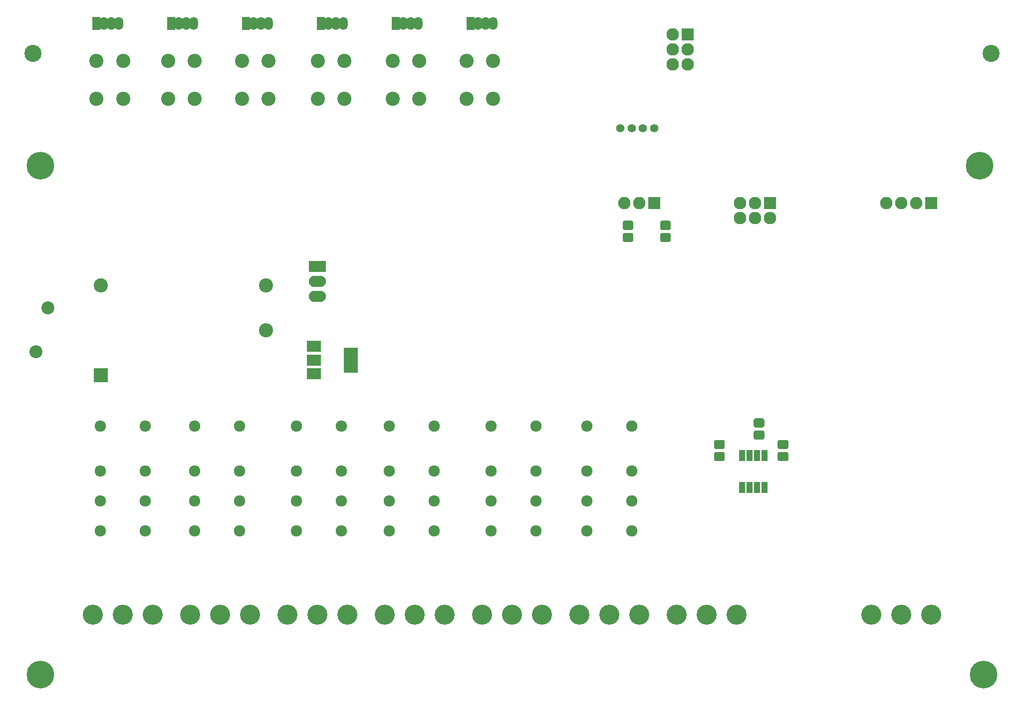
<source format=gbr>
G04 #@! TF.GenerationSoftware,KiCad,Pcbnew,(5.0.0)*
G04 #@! TF.CreationDate,2018-09-10T10:35:59+01:00*
G04 #@! TF.ProjectId,AquaHub,417175614875622E6B696361645F7063,rev?*
G04 #@! TF.SameCoordinates,Original*
G04 #@! TF.FileFunction,Soldermask,Top*
G04 #@! TF.FilePolarity,Negative*
%FSLAX46Y46*%
G04 Gerber Fmt 4.6, Leading zero omitted, Abs format (unit mm)*
G04 Created by KiCad (PCBNEW (5.0.0)) date 09/10/18 10:35:59*
%MOMM*%
%LPD*%
G01*
G04 APERTURE LIST*
%ADD10R,2.127200X2.127200*%
%ADD11O,2.127200X2.127200*%
%ADD12C,0.100000*%
%ADD13C,1.550000*%
%ADD14O,1.470000X2.200000*%
%ADD15R,1.470000X2.200000*%
%ADD16C,2.400000*%
%ADD17R,2.400000X2.400000*%
%ADD18O,2.100000X2.100000*%
%ADD19R,2.100000X2.100000*%
%ADD20C,1.924000*%
%ADD21R,2.400000X1.900000*%
%ADD22R,2.400000X4.200000*%
%ADD23R,1.000000X1.950000*%
%ADD24C,4.700000*%
%ADD25O,2.900000X1.900000*%
%ADD26R,2.900000X1.900000*%
%ADD27C,2.200000*%
%ADD28C,2.900000*%
%ADD29C,1.400000*%
%ADD30C,3.400000*%
G04 APERTURE END LIST*
D10*
G04 #@! TO.C,J12*
X153035000Y-46355000D03*
D11*
X150495000Y-46355000D03*
X153035000Y-48895000D03*
X150495000Y-48895000D03*
X153035000Y-51435000D03*
X150495000Y-51435000D03*
G04 #@! TD*
D12*
G04 #@! TO.C,R3*
G36*
X149821071Y-80016623D02*
X149853781Y-80021475D01*
X149885857Y-80029509D01*
X149916991Y-80040649D01*
X149946884Y-80054787D01*
X149975247Y-80071787D01*
X150001807Y-80091485D01*
X150026308Y-80113692D01*
X150048515Y-80138193D01*
X150068213Y-80164753D01*
X150085213Y-80193116D01*
X150099351Y-80223009D01*
X150110491Y-80254143D01*
X150118525Y-80286219D01*
X150123377Y-80318929D01*
X150125000Y-80351956D01*
X150125000Y-81228044D01*
X150123377Y-81261071D01*
X150118525Y-81293781D01*
X150110491Y-81325857D01*
X150099351Y-81356991D01*
X150085213Y-81386884D01*
X150068213Y-81415247D01*
X150048515Y-81441807D01*
X150026308Y-81466308D01*
X150001807Y-81488515D01*
X149975247Y-81508213D01*
X149946884Y-81525213D01*
X149916991Y-81539351D01*
X149885857Y-81550491D01*
X149853781Y-81558525D01*
X149821071Y-81563377D01*
X149788044Y-81565000D01*
X148661956Y-81565000D01*
X148628929Y-81563377D01*
X148596219Y-81558525D01*
X148564143Y-81550491D01*
X148533009Y-81539351D01*
X148503116Y-81525213D01*
X148474753Y-81508213D01*
X148448193Y-81488515D01*
X148423692Y-81466308D01*
X148401485Y-81441807D01*
X148381787Y-81415247D01*
X148364787Y-81386884D01*
X148350649Y-81356991D01*
X148339509Y-81325857D01*
X148331475Y-81293781D01*
X148326623Y-81261071D01*
X148325000Y-81228044D01*
X148325000Y-80351956D01*
X148326623Y-80318929D01*
X148331475Y-80286219D01*
X148339509Y-80254143D01*
X148350649Y-80223009D01*
X148364787Y-80193116D01*
X148381787Y-80164753D01*
X148401485Y-80138193D01*
X148423692Y-80113692D01*
X148448193Y-80091485D01*
X148474753Y-80071787D01*
X148503116Y-80054787D01*
X148533009Y-80040649D01*
X148564143Y-80029509D01*
X148596219Y-80021475D01*
X148628929Y-80016623D01*
X148661956Y-80015000D01*
X149788044Y-80015000D01*
X149821071Y-80016623D01*
X149821071Y-80016623D01*
G37*
D13*
X149225000Y-80790000D03*
D12*
G36*
X149821071Y-77966623D02*
X149853781Y-77971475D01*
X149885857Y-77979509D01*
X149916991Y-77990649D01*
X149946884Y-78004787D01*
X149975247Y-78021787D01*
X150001807Y-78041485D01*
X150026308Y-78063692D01*
X150048515Y-78088193D01*
X150068213Y-78114753D01*
X150085213Y-78143116D01*
X150099351Y-78173009D01*
X150110491Y-78204143D01*
X150118525Y-78236219D01*
X150123377Y-78268929D01*
X150125000Y-78301956D01*
X150125000Y-79178044D01*
X150123377Y-79211071D01*
X150118525Y-79243781D01*
X150110491Y-79275857D01*
X150099351Y-79306991D01*
X150085213Y-79336884D01*
X150068213Y-79365247D01*
X150048515Y-79391807D01*
X150026308Y-79416308D01*
X150001807Y-79438515D01*
X149975247Y-79458213D01*
X149946884Y-79475213D01*
X149916991Y-79489351D01*
X149885857Y-79500491D01*
X149853781Y-79508525D01*
X149821071Y-79513377D01*
X149788044Y-79515000D01*
X148661956Y-79515000D01*
X148628929Y-79513377D01*
X148596219Y-79508525D01*
X148564143Y-79500491D01*
X148533009Y-79489351D01*
X148503116Y-79475213D01*
X148474753Y-79458213D01*
X148448193Y-79438515D01*
X148423692Y-79416308D01*
X148401485Y-79391807D01*
X148381787Y-79365247D01*
X148364787Y-79336884D01*
X148350649Y-79306991D01*
X148339509Y-79275857D01*
X148331475Y-79243781D01*
X148326623Y-79211071D01*
X148325000Y-79178044D01*
X148325000Y-78301956D01*
X148326623Y-78268929D01*
X148331475Y-78236219D01*
X148339509Y-78204143D01*
X148350649Y-78173009D01*
X148364787Y-78143116D01*
X148381787Y-78114753D01*
X148401485Y-78088193D01*
X148423692Y-78063692D01*
X148448193Y-78041485D01*
X148474753Y-78021787D01*
X148503116Y-78004787D01*
X148533009Y-77990649D01*
X148564143Y-77979509D01*
X148596219Y-77971475D01*
X148628929Y-77966623D01*
X148661956Y-77965000D01*
X149788044Y-77965000D01*
X149821071Y-77966623D01*
X149821071Y-77966623D01*
G37*
D13*
X149225000Y-78740000D03*
G04 #@! TD*
D11*
G04 #@! TO.C,J11*
X161925000Y-77470000D03*
X161925000Y-74930000D03*
X164465000Y-77470000D03*
X164465000Y-74930000D03*
X167005000Y-77470000D03*
D10*
X167005000Y-74930000D03*
G04 #@! TD*
D14*
G04 #@! TO.C,D1*
X120015000Y-44450000D03*
X118745000Y-44450000D03*
X117475000Y-44450000D03*
D15*
X116205000Y-44450000D03*
G04 #@! TD*
D16*
G04 #@! TO.C,SW1*
X115515000Y-50800000D03*
X120015000Y-50800000D03*
X115515000Y-57300000D03*
X120015000Y-57300000D03*
G04 #@! TD*
G04 #@! TO.C,SW5*
X69365000Y-57300000D03*
X64865000Y-57300000D03*
X69365000Y-50800000D03*
X64865000Y-50800000D03*
G04 #@! TD*
G04 #@! TO.C,V1*
X81453344Y-88927320D03*
X81452344Y-96547320D03*
X53465000Y-88927320D03*
D17*
X53465000Y-104140000D03*
G04 #@! TD*
D18*
G04 #@! TO.C,J9*
X142240000Y-74930000D03*
X144780000Y-74930000D03*
D19*
X147320000Y-74930000D03*
G04 #@! TD*
D20*
G04 #@! TO.C,K1*
X60960000Y-112776000D03*
X60960000Y-120396000D03*
X60960000Y-125476000D03*
X60960000Y-130556000D03*
X53340000Y-130556000D03*
X53340000Y-125476000D03*
X53340000Y-120396000D03*
X53340000Y-112776000D03*
G04 #@! TD*
G04 #@! TO.C,K2*
X76962000Y-112776000D03*
X76962000Y-120396000D03*
X76962000Y-125476000D03*
X76962000Y-130556000D03*
X69342000Y-130556000D03*
X69342000Y-125476000D03*
X69342000Y-120396000D03*
X69342000Y-112776000D03*
G04 #@! TD*
G04 #@! TO.C,K3*
X94234000Y-112776000D03*
X94234000Y-120396000D03*
X94234000Y-125476000D03*
X94234000Y-130556000D03*
X86614000Y-130556000D03*
X86614000Y-125476000D03*
X86614000Y-120396000D03*
X86614000Y-112776000D03*
G04 #@! TD*
G04 #@! TO.C,K4*
X109982000Y-112776000D03*
X109982000Y-120396000D03*
X109982000Y-125476000D03*
X109982000Y-130556000D03*
X102362000Y-130556000D03*
X102362000Y-125476000D03*
X102362000Y-120396000D03*
X102362000Y-112776000D03*
G04 #@! TD*
G04 #@! TO.C,K5*
X127254000Y-112776000D03*
X127254000Y-120396000D03*
X127254000Y-125476000D03*
X127254000Y-130556000D03*
X119634000Y-130556000D03*
X119634000Y-125476000D03*
X119634000Y-120396000D03*
X119634000Y-112776000D03*
G04 #@! TD*
G04 #@! TO.C,K6*
X143510000Y-112776000D03*
X143510000Y-120396000D03*
X143510000Y-125476000D03*
X143510000Y-130556000D03*
X135890000Y-130556000D03*
X135890000Y-125476000D03*
X135890000Y-120396000D03*
X135890000Y-112776000D03*
G04 #@! TD*
D21*
G04 #@! TO.C,U3*
X89585000Y-99300000D03*
X89585000Y-103900000D03*
X89585000Y-101600000D03*
D22*
X95885000Y-101600000D03*
G04 #@! TD*
D23*
G04 #@! TO.C,U2*
X162187979Y-117809195D03*
X163457979Y-117809195D03*
X164727979Y-117809195D03*
X165997979Y-117809195D03*
X165997979Y-123209195D03*
X164727979Y-123209195D03*
X163457979Y-123209195D03*
X162187979Y-123209195D03*
G04 #@! TD*
D24*
G04 #@! TO.C,MH1*
X43180000Y-68580000D03*
G04 #@! TD*
G04 #@! TO.C,MH2*
X43180000Y-154940000D03*
G04 #@! TD*
G04 #@! TO.C,MH3*
X202565000Y-68580000D03*
G04 #@! TD*
G04 #@! TO.C,MH4*
X203200000Y-154940000D03*
G04 #@! TD*
D25*
G04 #@! TO.C,U5*
X90170000Y-90805000D03*
X90170000Y-88265000D03*
D26*
X90170000Y-85725000D03*
G04 #@! TD*
D18*
G04 #@! TO.C,J10*
X186690000Y-74930000D03*
X189230000Y-74930000D03*
X191770000Y-74930000D03*
D19*
X194310000Y-74930000D03*
G04 #@! TD*
D12*
G04 #@! TO.C,C1*
G36*
X169769050Y-117190818D02*
X169801760Y-117195670D01*
X169833836Y-117203704D01*
X169864970Y-117214844D01*
X169894863Y-117228982D01*
X169923226Y-117245982D01*
X169949786Y-117265680D01*
X169974287Y-117287887D01*
X169996494Y-117312388D01*
X170016192Y-117338948D01*
X170033192Y-117367311D01*
X170047330Y-117397204D01*
X170058470Y-117428338D01*
X170066504Y-117460414D01*
X170071356Y-117493124D01*
X170072979Y-117526151D01*
X170072979Y-118402239D01*
X170071356Y-118435266D01*
X170066504Y-118467976D01*
X170058470Y-118500052D01*
X170047330Y-118531186D01*
X170033192Y-118561079D01*
X170016192Y-118589442D01*
X169996494Y-118616002D01*
X169974287Y-118640503D01*
X169949786Y-118662710D01*
X169923226Y-118682408D01*
X169894863Y-118699408D01*
X169864970Y-118713546D01*
X169833836Y-118724686D01*
X169801760Y-118732720D01*
X169769050Y-118737572D01*
X169736023Y-118739195D01*
X168609935Y-118739195D01*
X168576908Y-118737572D01*
X168544198Y-118732720D01*
X168512122Y-118724686D01*
X168480988Y-118713546D01*
X168451095Y-118699408D01*
X168422732Y-118682408D01*
X168396172Y-118662710D01*
X168371671Y-118640503D01*
X168349464Y-118616002D01*
X168329766Y-118589442D01*
X168312766Y-118561079D01*
X168298628Y-118531186D01*
X168287488Y-118500052D01*
X168279454Y-118467976D01*
X168274602Y-118435266D01*
X168272979Y-118402239D01*
X168272979Y-117526151D01*
X168274602Y-117493124D01*
X168279454Y-117460414D01*
X168287488Y-117428338D01*
X168298628Y-117397204D01*
X168312766Y-117367311D01*
X168329766Y-117338948D01*
X168349464Y-117312388D01*
X168371671Y-117287887D01*
X168396172Y-117265680D01*
X168422732Y-117245982D01*
X168451095Y-117228982D01*
X168480988Y-117214844D01*
X168512122Y-117203704D01*
X168544198Y-117195670D01*
X168576908Y-117190818D01*
X168609935Y-117189195D01*
X169736023Y-117189195D01*
X169769050Y-117190818D01*
X169769050Y-117190818D01*
G37*
D13*
X169172979Y-117964195D03*
D12*
G36*
X169769050Y-115140818D02*
X169801760Y-115145670D01*
X169833836Y-115153704D01*
X169864970Y-115164844D01*
X169894863Y-115178982D01*
X169923226Y-115195982D01*
X169949786Y-115215680D01*
X169974287Y-115237887D01*
X169996494Y-115262388D01*
X170016192Y-115288948D01*
X170033192Y-115317311D01*
X170047330Y-115347204D01*
X170058470Y-115378338D01*
X170066504Y-115410414D01*
X170071356Y-115443124D01*
X170072979Y-115476151D01*
X170072979Y-116352239D01*
X170071356Y-116385266D01*
X170066504Y-116417976D01*
X170058470Y-116450052D01*
X170047330Y-116481186D01*
X170033192Y-116511079D01*
X170016192Y-116539442D01*
X169996494Y-116566002D01*
X169974287Y-116590503D01*
X169949786Y-116612710D01*
X169923226Y-116632408D01*
X169894863Y-116649408D01*
X169864970Y-116663546D01*
X169833836Y-116674686D01*
X169801760Y-116682720D01*
X169769050Y-116687572D01*
X169736023Y-116689195D01*
X168609935Y-116689195D01*
X168576908Y-116687572D01*
X168544198Y-116682720D01*
X168512122Y-116674686D01*
X168480988Y-116663546D01*
X168451095Y-116649408D01*
X168422732Y-116632408D01*
X168396172Y-116612710D01*
X168371671Y-116590503D01*
X168349464Y-116566002D01*
X168329766Y-116539442D01*
X168312766Y-116511079D01*
X168298628Y-116481186D01*
X168287488Y-116450052D01*
X168279454Y-116417976D01*
X168274602Y-116385266D01*
X168272979Y-116352239D01*
X168272979Y-115476151D01*
X168274602Y-115443124D01*
X168279454Y-115410414D01*
X168287488Y-115378338D01*
X168298628Y-115347204D01*
X168312766Y-115317311D01*
X168329766Y-115288948D01*
X168349464Y-115262388D01*
X168371671Y-115237887D01*
X168396172Y-115215680D01*
X168422732Y-115195982D01*
X168451095Y-115178982D01*
X168480988Y-115164844D01*
X168512122Y-115153704D01*
X168544198Y-115145670D01*
X168576908Y-115140818D01*
X168609935Y-115139195D01*
X169736023Y-115139195D01*
X169769050Y-115140818D01*
X169769050Y-115140818D01*
G37*
D13*
X169172979Y-115914195D03*
G04 #@! TD*
D12*
G04 #@! TO.C,C2*
G36*
X158974050Y-115140818D02*
X159006760Y-115145670D01*
X159038836Y-115153704D01*
X159069970Y-115164844D01*
X159099863Y-115178982D01*
X159128226Y-115195982D01*
X159154786Y-115215680D01*
X159179287Y-115237887D01*
X159201494Y-115262388D01*
X159221192Y-115288948D01*
X159238192Y-115317311D01*
X159252330Y-115347204D01*
X159263470Y-115378338D01*
X159271504Y-115410414D01*
X159276356Y-115443124D01*
X159277979Y-115476151D01*
X159277979Y-116352239D01*
X159276356Y-116385266D01*
X159271504Y-116417976D01*
X159263470Y-116450052D01*
X159252330Y-116481186D01*
X159238192Y-116511079D01*
X159221192Y-116539442D01*
X159201494Y-116566002D01*
X159179287Y-116590503D01*
X159154786Y-116612710D01*
X159128226Y-116632408D01*
X159099863Y-116649408D01*
X159069970Y-116663546D01*
X159038836Y-116674686D01*
X159006760Y-116682720D01*
X158974050Y-116687572D01*
X158941023Y-116689195D01*
X157814935Y-116689195D01*
X157781908Y-116687572D01*
X157749198Y-116682720D01*
X157717122Y-116674686D01*
X157685988Y-116663546D01*
X157656095Y-116649408D01*
X157627732Y-116632408D01*
X157601172Y-116612710D01*
X157576671Y-116590503D01*
X157554464Y-116566002D01*
X157534766Y-116539442D01*
X157517766Y-116511079D01*
X157503628Y-116481186D01*
X157492488Y-116450052D01*
X157484454Y-116417976D01*
X157479602Y-116385266D01*
X157477979Y-116352239D01*
X157477979Y-115476151D01*
X157479602Y-115443124D01*
X157484454Y-115410414D01*
X157492488Y-115378338D01*
X157503628Y-115347204D01*
X157517766Y-115317311D01*
X157534766Y-115288948D01*
X157554464Y-115262388D01*
X157576671Y-115237887D01*
X157601172Y-115215680D01*
X157627732Y-115195982D01*
X157656095Y-115178982D01*
X157685988Y-115164844D01*
X157717122Y-115153704D01*
X157749198Y-115145670D01*
X157781908Y-115140818D01*
X157814935Y-115139195D01*
X158941023Y-115139195D01*
X158974050Y-115140818D01*
X158974050Y-115140818D01*
G37*
D13*
X158377979Y-115914195D03*
D12*
G36*
X158974050Y-117190818D02*
X159006760Y-117195670D01*
X159038836Y-117203704D01*
X159069970Y-117214844D01*
X159099863Y-117228982D01*
X159128226Y-117245982D01*
X159154786Y-117265680D01*
X159179287Y-117287887D01*
X159201494Y-117312388D01*
X159221192Y-117338948D01*
X159238192Y-117367311D01*
X159252330Y-117397204D01*
X159263470Y-117428338D01*
X159271504Y-117460414D01*
X159276356Y-117493124D01*
X159277979Y-117526151D01*
X159277979Y-118402239D01*
X159276356Y-118435266D01*
X159271504Y-118467976D01*
X159263470Y-118500052D01*
X159252330Y-118531186D01*
X159238192Y-118561079D01*
X159221192Y-118589442D01*
X159201494Y-118616002D01*
X159179287Y-118640503D01*
X159154786Y-118662710D01*
X159128226Y-118682408D01*
X159099863Y-118699408D01*
X159069970Y-118713546D01*
X159038836Y-118724686D01*
X159006760Y-118732720D01*
X158974050Y-118737572D01*
X158941023Y-118739195D01*
X157814935Y-118739195D01*
X157781908Y-118737572D01*
X157749198Y-118732720D01*
X157717122Y-118724686D01*
X157685988Y-118713546D01*
X157656095Y-118699408D01*
X157627732Y-118682408D01*
X157601172Y-118662710D01*
X157576671Y-118640503D01*
X157554464Y-118616002D01*
X157534766Y-118589442D01*
X157517766Y-118561079D01*
X157503628Y-118531186D01*
X157492488Y-118500052D01*
X157484454Y-118467976D01*
X157479602Y-118435266D01*
X157477979Y-118402239D01*
X157477979Y-117526151D01*
X157479602Y-117493124D01*
X157484454Y-117460414D01*
X157492488Y-117428338D01*
X157503628Y-117397204D01*
X157517766Y-117367311D01*
X157534766Y-117338948D01*
X157554464Y-117312388D01*
X157576671Y-117287887D01*
X157601172Y-117265680D01*
X157627732Y-117245982D01*
X157656095Y-117228982D01*
X157685988Y-117214844D01*
X157717122Y-117203704D01*
X157749198Y-117195670D01*
X157781908Y-117190818D01*
X157814935Y-117189195D01*
X158941023Y-117189195D01*
X158974050Y-117190818D01*
X158974050Y-117190818D01*
G37*
D13*
X158377979Y-117964195D03*
G04 #@! TD*
D12*
G04 #@! TO.C,R1*
G36*
X165696071Y-113535818D02*
X165728781Y-113540670D01*
X165760857Y-113548704D01*
X165791991Y-113559844D01*
X165821884Y-113573982D01*
X165850247Y-113590982D01*
X165876807Y-113610680D01*
X165901308Y-113632887D01*
X165923515Y-113657388D01*
X165943213Y-113683948D01*
X165960213Y-113712311D01*
X165974351Y-113742204D01*
X165985491Y-113773338D01*
X165993525Y-113805414D01*
X165998377Y-113838124D01*
X166000000Y-113871151D01*
X166000000Y-114747239D01*
X165998377Y-114780266D01*
X165993525Y-114812976D01*
X165985491Y-114845052D01*
X165974351Y-114876186D01*
X165960213Y-114906079D01*
X165943213Y-114934442D01*
X165923515Y-114961002D01*
X165901308Y-114985503D01*
X165876807Y-115007710D01*
X165850247Y-115027408D01*
X165821884Y-115044408D01*
X165791991Y-115058546D01*
X165760857Y-115069686D01*
X165728781Y-115077720D01*
X165696071Y-115082572D01*
X165663044Y-115084195D01*
X164536956Y-115084195D01*
X164503929Y-115082572D01*
X164471219Y-115077720D01*
X164439143Y-115069686D01*
X164408009Y-115058546D01*
X164378116Y-115044408D01*
X164349753Y-115027408D01*
X164323193Y-115007710D01*
X164298692Y-114985503D01*
X164276485Y-114961002D01*
X164256787Y-114934442D01*
X164239787Y-114906079D01*
X164225649Y-114876186D01*
X164214509Y-114845052D01*
X164206475Y-114812976D01*
X164201623Y-114780266D01*
X164200000Y-114747239D01*
X164200000Y-113871151D01*
X164201623Y-113838124D01*
X164206475Y-113805414D01*
X164214509Y-113773338D01*
X164225649Y-113742204D01*
X164239787Y-113712311D01*
X164256787Y-113683948D01*
X164276485Y-113657388D01*
X164298692Y-113632887D01*
X164323193Y-113610680D01*
X164349753Y-113590982D01*
X164378116Y-113573982D01*
X164408009Y-113559844D01*
X164439143Y-113548704D01*
X164471219Y-113540670D01*
X164503929Y-113535818D01*
X164536956Y-113534195D01*
X165663044Y-113534195D01*
X165696071Y-113535818D01*
X165696071Y-113535818D01*
G37*
D13*
X165100000Y-114309195D03*
D12*
G36*
X165696071Y-111485818D02*
X165728781Y-111490670D01*
X165760857Y-111498704D01*
X165791991Y-111509844D01*
X165821884Y-111523982D01*
X165850247Y-111540982D01*
X165876807Y-111560680D01*
X165901308Y-111582887D01*
X165923515Y-111607388D01*
X165943213Y-111633948D01*
X165960213Y-111662311D01*
X165974351Y-111692204D01*
X165985491Y-111723338D01*
X165993525Y-111755414D01*
X165998377Y-111788124D01*
X166000000Y-111821151D01*
X166000000Y-112697239D01*
X165998377Y-112730266D01*
X165993525Y-112762976D01*
X165985491Y-112795052D01*
X165974351Y-112826186D01*
X165960213Y-112856079D01*
X165943213Y-112884442D01*
X165923515Y-112911002D01*
X165901308Y-112935503D01*
X165876807Y-112957710D01*
X165850247Y-112977408D01*
X165821884Y-112994408D01*
X165791991Y-113008546D01*
X165760857Y-113019686D01*
X165728781Y-113027720D01*
X165696071Y-113032572D01*
X165663044Y-113034195D01*
X164536956Y-113034195D01*
X164503929Y-113032572D01*
X164471219Y-113027720D01*
X164439143Y-113019686D01*
X164408009Y-113008546D01*
X164378116Y-112994408D01*
X164349753Y-112977408D01*
X164323193Y-112957710D01*
X164298692Y-112935503D01*
X164276485Y-112911002D01*
X164256787Y-112884442D01*
X164239787Y-112856079D01*
X164225649Y-112826186D01*
X164214509Y-112795052D01*
X164206475Y-112762976D01*
X164201623Y-112730266D01*
X164200000Y-112697239D01*
X164200000Y-111821151D01*
X164201623Y-111788124D01*
X164206475Y-111755414D01*
X164214509Y-111723338D01*
X164225649Y-111692204D01*
X164239787Y-111662311D01*
X164256787Y-111633948D01*
X164276485Y-111607388D01*
X164298692Y-111582887D01*
X164323193Y-111560680D01*
X164349753Y-111540982D01*
X164378116Y-111523982D01*
X164408009Y-111509844D01*
X164439143Y-111498704D01*
X164471219Y-111490670D01*
X164503929Y-111485818D01*
X164536956Y-111484195D01*
X165663044Y-111484195D01*
X165696071Y-111485818D01*
X165696071Y-111485818D01*
G37*
D13*
X165100000Y-112259195D03*
G04 #@! TD*
D12*
G04 #@! TO.C,R2*
G36*
X143471071Y-77966623D02*
X143503781Y-77971475D01*
X143535857Y-77979509D01*
X143566991Y-77990649D01*
X143596884Y-78004787D01*
X143625247Y-78021787D01*
X143651807Y-78041485D01*
X143676308Y-78063692D01*
X143698515Y-78088193D01*
X143718213Y-78114753D01*
X143735213Y-78143116D01*
X143749351Y-78173009D01*
X143760491Y-78204143D01*
X143768525Y-78236219D01*
X143773377Y-78268929D01*
X143775000Y-78301956D01*
X143775000Y-79178044D01*
X143773377Y-79211071D01*
X143768525Y-79243781D01*
X143760491Y-79275857D01*
X143749351Y-79306991D01*
X143735213Y-79336884D01*
X143718213Y-79365247D01*
X143698515Y-79391807D01*
X143676308Y-79416308D01*
X143651807Y-79438515D01*
X143625247Y-79458213D01*
X143596884Y-79475213D01*
X143566991Y-79489351D01*
X143535857Y-79500491D01*
X143503781Y-79508525D01*
X143471071Y-79513377D01*
X143438044Y-79515000D01*
X142311956Y-79515000D01*
X142278929Y-79513377D01*
X142246219Y-79508525D01*
X142214143Y-79500491D01*
X142183009Y-79489351D01*
X142153116Y-79475213D01*
X142124753Y-79458213D01*
X142098193Y-79438515D01*
X142073692Y-79416308D01*
X142051485Y-79391807D01*
X142031787Y-79365247D01*
X142014787Y-79336884D01*
X142000649Y-79306991D01*
X141989509Y-79275857D01*
X141981475Y-79243781D01*
X141976623Y-79211071D01*
X141975000Y-79178044D01*
X141975000Y-78301956D01*
X141976623Y-78268929D01*
X141981475Y-78236219D01*
X141989509Y-78204143D01*
X142000649Y-78173009D01*
X142014787Y-78143116D01*
X142031787Y-78114753D01*
X142051485Y-78088193D01*
X142073692Y-78063692D01*
X142098193Y-78041485D01*
X142124753Y-78021787D01*
X142153116Y-78004787D01*
X142183009Y-77990649D01*
X142214143Y-77979509D01*
X142246219Y-77971475D01*
X142278929Y-77966623D01*
X142311956Y-77965000D01*
X143438044Y-77965000D01*
X143471071Y-77966623D01*
X143471071Y-77966623D01*
G37*
D13*
X142875000Y-78740000D03*
D12*
G36*
X143471071Y-80016623D02*
X143503781Y-80021475D01*
X143535857Y-80029509D01*
X143566991Y-80040649D01*
X143596884Y-80054787D01*
X143625247Y-80071787D01*
X143651807Y-80091485D01*
X143676308Y-80113692D01*
X143698515Y-80138193D01*
X143718213Y-80164753D01*
X143735213Y-80193116D01*
X143749351Y-80223009D01*
X143760491Y-80254143D01*
X143768525Y-80286219D01*
X143773377Y-80318929D01*
X143775000Y-80351956D01*
X143775000Y-81228044D01*
X143773377Y-81261071D01*
X143768525Y-81293781D01*
X143760491Y-81325857D01*
X143749351Y-81356991D01*
X143735213Y-81386884D01*
X143718213Y-81415247D01*
X143698515Y-81441807D01*
X143676308Y-81466308D01*
X143651807Y-81488515D01*
X143625247Y-81508213D01*
X143596884Y-81525213D01*
X143566991Y-81539351D01*
X143535857Y-81550491D01*
X143503781Y-81558525D01*
X143471071Y-81563377D01*
X143438044Y-81565000D01*
X142311956Y-81565000D01*
X142278929Y-81563377D01*
X142246219Y-81558525D01*
X142214143Y-81550491D01*
X142183009Y-81539351D01*
X142153116Y-81525213D01*
X142124753Y-81508213D01*
X142098193Y-81488515D01*
X142073692Y-81466308D01*
X142051485Y-81441807D01*
X142031787Y-81415247D01*
X142014787Y-81386884D01*
X142000649Y-81356991D01*
X141989509Y-81325857D01*
X141981475Y-81293781D01*
X141976623Y-81261071D01*
X141975000Y-81228044D01*
X141975000Y-80351956D01*
X141976623Y-80318929D01*
X141981475Y-80286219D01*
X141989509Y-80254143D01*
X142000649Y-80223009D01*
X142014787Y-80193116D01*
X142031787Y-80164753D01*
X142051485Y-80138193D01*
X142073692Y-80113692D01*
X142098193Y-80091485D01*
X142124753Y-80071787D01*
X142153116Y-80054787D01*
X142183009Y-80040649D01*
X142214143Y-80029509D01*
X142246219Y-80021475D01*
X142278929Y-80016623D01*
X142311956Y-80015000D01*
X143438044Y-80015000D01*
X143471071Y-80016623D01*
X143471071Y-80016623D01*
G37*
D13*
X142875000Y-80790000D03*
G04 #@! TD*
D27*
G04 #@! TO.C,RV1*
X42450000Y-100210000D03*
X44450000Y-92710000D03*
G04 #@! TD*
D14*
G04 #@! TO.C,D2*
X107315000Y-44450000D03*
X106045000Y-44450000D03*
X104775000Y-44450000D03*
D15*
X103505000Y-44450000D03*
G04 #@! TD*
D14*
G04 #@! TO.C,D3*
X94615000Y-44450000D03*
X93345000Y-44450000D03*
X92075000Y-44450000D03*
D15*
X90805000Y-44450000D03*
G04 #@! TD*
D14*
G04 #@! TO.C,D4*
X81915000Y-44450000D03*
X80645000Y-44450000D03*
X79375000Y-44450000D03*
D15*
X78105000Y-44450000D03*
G04 #@! TD*
D14*
G04 #@! TO.C,D5*
X69215000Y-44450000D03*
X67945000Y-44450000D03*
X66675000Y-44450000D03*
D15*
X65405000Y-44450000D03*
G04 #@! TD*
D14*
G04 #@! TO.C,D6*
X56515000Y-44450000D03*
X55245000Y-44450000D03*
X53975000Y-44450000D03*
D15*
X52705000Y-44450000D03*
G04 #@! TD*
D28*
G04 #@! TO.C,MH5*
X204470000Y-49530000D03*
G04 #@! TD*
G04 #@! TO.C,MH6*
X41910000Y-49530000D03*
G04 #@! TD*
D16*
G04 #@! TO.C,SW2*
X102965000Y-50800000D03*
X107465000Y-50800000D03*
X102965000Y-57300000D03*
X107465000Y-57300000D03*
G04 #@! TD*
G04 #@! TO.C,SW3*
X94765000Y-57300000D03*
X90265000Y-57300000D03*
X94765000Y-50800000D03*
X90265000Y-50800000D03*
G04 #@! TD*
G04 #@! TO.C,SW4*
X77415000Y-50800000D03*
X81915000Y-50800000D03*
X77415000Y-57300000D03*
X81915000Y-57300000D03*
G04 #@! TD*
G04 #@! TO.C,SW6*
X57205000Y-57300000D03*
X52705000Y-57300000D03*
X57205000Y-50800000D03*
X52705000Y-50800000D03*
G04 #@! TD*
D29*
G04 #@! TO.C,MH7*
X147320000Y-62230000D03*
G04 #@! TD*
G04 #@! TO.C,MH8*
X145415000Y-62230000D03*
G04 #@! TD*
G04 #@! TO.C,MH9*
X143510000Y-62230000D03*
G04 #@! TD*
G04 #@! TO.C,MH10*
X141605000Y-62230000D03*
G04 #@! TD*
D30*
G04 #@! TO.C,J1*
X52070000Y-144780000D03*
X57150000Y-144780000D03*
X62230000Y-144780000D03*
G04 #@! TD*
G04 #@! TO.C,J2*
X68580000Y-144780000D03*
X73660000Y-144780000D03*
X78740000Y-144780000D03*
G04 #@! TD*
G04 #@! TO.C,J3*
X95250000Y-144780000D03*
X90170000Y-144780000D03*
X85090000Y-144780000D03*
G04 #@! TD*
G04 #@! TO.C,J4*
X101600000Y-144780000D03*
X106680000Y-144780000D03*
X111760000Y-144780000D03*
G04 #@! TD*
G04 #@! TO.C,J5*
X118110000Y-144780000D03*
X123190000Y-144780000D03*
X128270000Y-144780000D03*
G04 #@! TD*
G04 #@! TO.C,J6*
X144780000Y-144780000D03*
X139700000Y-144780000D03*
X134620000Y-144780000D03*
G04 #@! TD*
G04 #@! TO.C,J7*
X161290000Y-144780000D03*
X156210000Y-144780000D03*
X151130000Y-144780000D03*
G04 #@! TD*
G04 #@! TO.C,J8*
X194310000Y-144780000D03*
X189230000Y-144780000D03*
X184150000Y-144780000D03*
G04 #@! TD*
M02*

</source>
